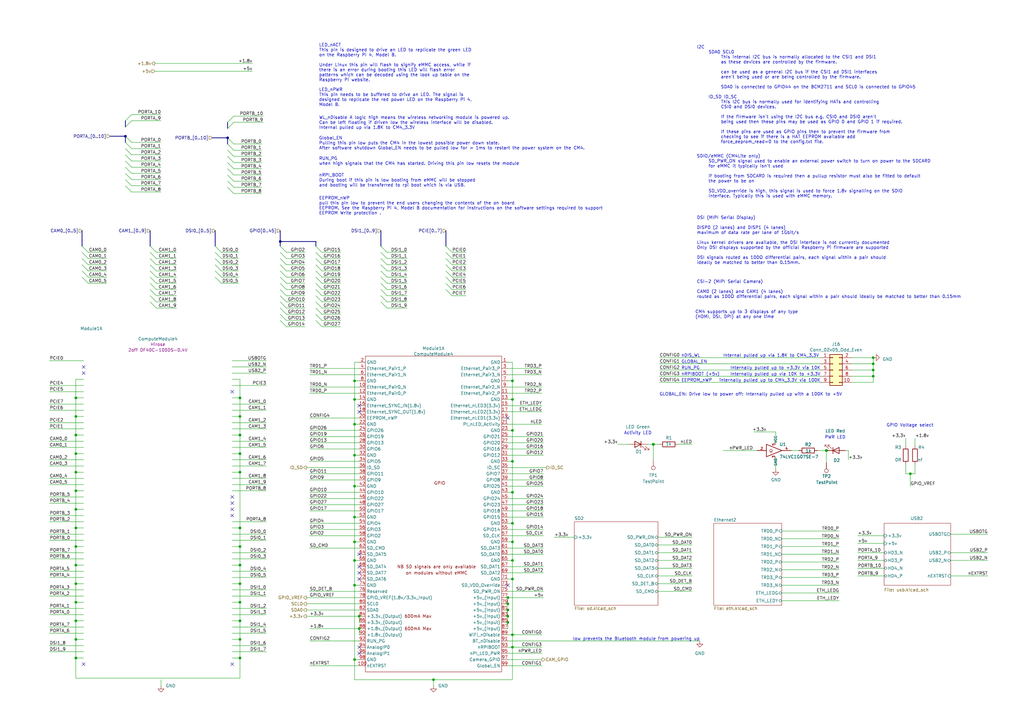
<source format=kicad_sch>
(kicad_sch (version 20210126) (generator eeschema)
  (paper "A3")
  (junction (at 31.115 163.195) (diameter 0.9144))
  (junction (at 31.115 170.815) (diameter 0.9144))
  (junction (at 31.115 178.435) (diameter 0.9144))
  (junction (at 31.115 186.055) (diameter 0.9144))
  (junction (at 31.115 193.675) (diameter 0.9144))
  (junction (at 31.115 201.295) (diameter 0.9144))
  (junction (at 31.115 208.915) (diameter 0.9144))
  (junction (at 31.115 216.535) (diameter 0.9144))
  (junction (at 31.115 224.155) (diameter 0.9144))
  (junction (at 31.115 231.775) (diameter 0.9144))
  (junction (at 31.115 239.395) (diameter 0.9144))
  (junction (at 31.115 247.015) (diameter 0.9144))
  (junction (at 31.115 254.635) (diameter 0.9144))
  (junction (at 31.115 262.255) (diameter 0.9144))
  (junction (at 31.115 269.875) (diameter 0.9144))
  (junction (at 98.425 163.195) (diameter 0.9144))
  (junction (at 98.425 170.815) (diameter 0.9144))
  (junction (at 98.425 178.435) (diameter 0.9144))
  (junction (at 98.425 186.055) (diameter 0.9144))
  (junction (at 98.425 193.675) (diameter 0.9144))
  (junction (at 98.425 216.535) (diameter 0.9144))
  (junction (at 98.425 224.155) (diameter 0.9144))
  (junction (at 98.425 231.775) (diameter 0.9144))
  (junction (at 98.425 239.395) (diameter 0.9144))
  (junction (at 98.425 247.015) (diameter 0.9144))
  (junction (at 98.425 254.635) (diameter 0.9144))
  (junction (at 98.425 262.255) (diameter 0.9144))
  (junction (at 98.425 269.875) (diameter 0.9144))
  (junction (at 145.415 156.21) (diameter 0.9144))
  (junction (at 145.415 163.83) (diameter 0.9144))
  (junction (at 145.415 173.99) (diameter 0.9144))
  (junction (at 145.415 186.69) (diameter 0.9144))
  (junction (at 145.415 199.39) (diameter 0.9144))
  (junction (at 145.415 212.09) (diameter 0.9144))
  (junction (at 145.415 222.25) (diameter 0.9144))
  (junction (at 145.415 229.87) (diameter 0.9144))
  (junction (at 145.415 240.03) (diameter 0.9144))
  (junction (at 145.415 270.51) (diameter 0.9144))
  (junction (at 147.32 252.73) (diameter 0.9144))
  (junction (at 147.32 257.81) (diameter 0.9144))
  (junction (at 177.8 278.765) (diameter 0.9144))
  (junction (at 208.28 245.11) (diameter 0.9144))
  (junction (at 208.28 247.65) (diameter 0.9144))
  (junction (at 208.28 250.19) (diameter 0.9144))
  (junction (at 208.28 252.73) (diameter 0.9144))
  (junction (at 208.28 255.27) (diameter 0.9144))
  (junction (at 210.185 156.21) (diameter 0.9144))
  (junction (at 210.185 163.83) (diameter 0.9144))
  (junction (at 210.185 176.53) (diameter 0.9144))
  (junction (at 210.185 189.23) (diameter 0.9144))
  (junction (at 210.185 201.93) (diameter 0.9144))
  (junction (at 210.185 214.63) (diameter 0.9144))
  (junction (at 210.185 222.25) (diameter 0.9144))
  (junction (at 210.185 229.87) (diameter 0.9144))
  (junction (at 210.185 237.49) (diameter 0.9144))
  (junction (at 210.185 260.35) (diameter 0.9144))
  (junction (at 210.185 265.43) (diameter 0.9144))
  (junction (at 267.97 182.245) (diameter 1.016))
  (junction (at 338.963 184.785) (diameter 1.016))
  (junction (at 358.14 146.685) (diameter 0.9144))
  (junction (at 358.14 149.225) (diameter 0.9144))
  (junction (at 358.14 151.765) (diameter 0.9144))
  (junction (at 358.14 154.305) (diameter 0.9144))
  (junction (at 373.38 194.31) (diameter 0.9144))
  (junction (at 51.435 55.88) (diameter 0.9144))
  (junction (at 93.345 56.515) (diameter 0.9144))
  (junction (at 114.935 99.06) (diameter 0.9144))
  (no_connect (at 34.29 150.495))
  (no_connect (at 34.29 153.035))
  (no_connect (at 34.29 272.415))
  (no_connect (at 95.25 160.655))
  (no_connect (at 95.25 203.835))
  (no_connect (at 95.25 206.375))
  (no_connect (at 95.25 208.915))
  (no_connect (at 95.25 211.455))
  (no_connect (at 95.25 272.415))
  (no_connect (at 147.32 166.37))
  (no_connect (at 147.32 168.91))
  (no_connect (at 147.32 227.33))
  (no_connect (at 147.32 232.41))
  (no_connect (at 147.32 234.95))
  (no_connect (at 147.32 237.49))
  (no_connect (at 147.32 265.43))
  (no_connect (at 147.32 267.97))
  (no_connect (at 208.28 171.45))
  (no_connect (at 208.28 240.03))
  (bus_entry (at 33.655 100.965) (size 2.54 2.54) (stroke (width 0.1524)))
  (bus_entry (at 33.655 103.505) (size 2.54 2.54) (stroke (width 0.1524)))
  (bus_entry (at 33.655 106.045) (size 2.54 2.54) (stroke (width 0.1524)))
  (bus_entry (at 33.655 108.585) (size 2.54 2.54) (stroke (width 0.1524)))
  (bus_entry (at 33.655 111.125) (size 2.54 2.54) (stroke (width 0.1524)))
  (bus_entry (at 33.655 113.665) (size 2.54 2.54) (stroke (width 0.1524)))
  (bus_entry (at 51.435 49.53) (size 2.54 -2.54) (stroke (width 0.1524)))
  (bus_entry (at 51.435 52.07) (size 2.54 -2.54) (stroke (width 0.1524)))
  (bus_entry (at 51.435 55.88) (size 2.54 2.54) (stroke (width 0.1524)))
  (bus_entry (at 51.435 58.42) (size 2.54 2.54) (stroke (width 0.1524)))
  (bus_entry (at 51.435 60.96) (size 2.54 2.54) (stroke (width 0.1524)))
  (bus_entry (at 51.435 63.5) (size 2.54 2.54) (stroke (width 0.1524)))
  (bus_entry (at 51.435 66.04) (size 2.54 2.54) (stroke (width 0.1524)))
  (bus_entry (at 51.435 68.58) (size 2.54 2.54) (stroke (width 0.1524)))
  (bus_entry (at 51.435 71.12) (size 2.54 2.54) (stroke (width 0.1524)))
  (bus_entry (at 51.435 73.66) (size 2.54 2.54) (stroke (width 0.1524)))
  (bus_entry (at 51.435 76.2) (size 2.54 2.54) (stroke (width 0.1524)))
  (bus_entry (at 61.595 100.965) (size 2.54 2.54) (stroke (width 0.1524)))
  (bus_entry (at 61.595 103.505) (size 2.54 2.54) (stroke (width 0.1524)))
  (bus_entry (at 61.595 106.045) (size 2.54 2.54) (stroke (width 0.1524)))
  (bus_entry (at 61.595 108.585) (size 2.54 2.54) (stroke (width 0.1524)))
  (bus_entry (at 61.595 111.125) (size 2.54 2.54) (stroke (width 0.1524)))
  (bus_entry (at 61.595 113.665) (size 2.54 2.54) (stroke (width 0.1524)))
  (bus_entry (at 61.595 116.205) (size 2.54 2.54) (stroke (width 0.1524)))
  (bus_entry (at 61.595 118.745) (size 2.54 2.54) (stroke (width 0.1524)))
  (bus_entry (at 61.595 121.285) (size 2.54 2.54) (stroke (width 0.1524)))
  (bus_entry (at 61.595 123.825) (size 2.54 2.54) (stroke (width 0.1524)))
  (bus_entry (at 88.265 100.965) (size 2.54 2.54) (stroke (width 0.1524)))
  (bus_entry (at 88.265 103.505) (size 2.54 2.54) (stroke (width 0.1524)))
  (bus_entry (at 88.265 106.045) (size 2.54 2.54) (stroke (width 0.1524)))
  (bus_entry (at 88.265 108.585) (size 2.54 2.54) (stroke (width 0.1524)))
  (bus_entry (at 88.265 111.125) (size 2.54 2.54) (stroke (width 0.1524)))
  (bus_entry (at 88.265 113.665) (size 2.54 2.54) (stroke (width 0.1524)))
  (bus_entry (at 93.345 50.165) (size 2.54 -2.54) (stroke (width 0.1524)))
  (bus_entry (at 93.345 52.705) (size 2.54 -2.54) (stroke (width 0.1524)))
  (bus_entry (at 93.345 56.515) (size 2.54 2.54) (stroke (width 0.1524)))
  (bus_entry (at 93.345 59.055) (size 2.54 2.54) (stroke (width 0.1524)))
  (bus_entry (at 93.345 61.595) (size 2.54 2.54) (stroke (width 0.1524)))
  (bus_entry (at 93.345 64.135) (size 2.54 2.54) (stroke (width 0.1524)))
  (bus_entry (at 93.345 66.675) (size 2.54 2.54) (stroke (width 0.1524)))
  (bus_entry (at 93.345 69.215) (size 2.54 2.54) (stroke (width 0.1524)))
  (bus_entry (at 93.345 71.755) (size 2.54 2.54) (stroke (width 0.1524)))
  (bus_entry (at 93.345 74.295) (size 2.54 2.54) (stroke (width 0.1524)))
  (bus_entry (at 93.345 76.835) (size 2.54 2.54) (stroke (width 0.1524)))
  (bus_entry (at 114.935 100.965) (size 2.54 2.54) (stroke (width 0.1524)))
  (bus_entry (at 114.935 103.505) (size 2.54 2.54) (stroke (width 0.1524)))
  (bus_entry (at 114.935 106.045) (size 2.54 2.54) (stroke (width 0.1524)))
  (bus_entry (at 114.935 108.585) (size 2.54 2.54) (stroke (width 0.1524)))
  (bus_entry (at 114.935 111.125) (size 2.54 2.54) (stroke (width 0.1524)))
  (bus_entry (at 114.935 113.665) (size 2.54 2.54) (stroke (width 0.1524)))
  (bus_entry (at 114.935 116.205) (size 2.54 2.54) (stroke (width 0.1524)))
  (bus_entry (at 114.935 118.745) (size 2.54 2.54) (stroke (width 0.1524)))
  (bus_entry (at 114.935 121.285) (size 2.54 2.54) (stroke (width 0.1524)))
  (bus_entry (at 114.935 123.825) (size 2.54 2.54) (stroke (width 0.1524)))
  (bus_entry (at 114.935 126.365) (size 2.54 2.54) (stroke (width 0.1524)))
  (bus_entry (at 114.935 128.905) (size 2.54 2.54) (stroke (width 0.1524)))
  (bus_entry (at 114.935 131.445) (size 2.54 2.54) (stroke (width 0.1524)))
  (bus_entry (at 129.54 100.965) (size 2.54 2.54) (stroke (width 0.1524)))
  (bus_entry (at 129.54 103.505) (size 2.54 2.54) (stroke (width 0.1524)))
  (bus_entry (at 129.54 106.045) (size 2.54 2.54) (stroke (width 0.1524)))
  (bus_entry (at 129.54 108.585) (size 2.54 2.54) (stroke (width 0.1524)))
  (bus_entry (at 129.54 111.125) (size 2.54 2.54) (stroke (width 0.1524)))
  (bus_entry (at 129.54 113.665) (size 2.54 2.54) (stroke (width 0.1524)))
  (bus_entry (at 129.54 116.205) (size 2.54 2.54) (stroke (width 0.1524)))
  (bus_entry (at 129.54 118.745) (size 2.54 2.54) (stroke (width 0.1524)))
  (bus_entry (at 129.54 121.285) (size 2.54 2.54) (stroke (width 0.1524)))
  (bus_entry (at 129.54 123.825) (size 2.54 2.54) (stroke (width 0.1524)))
  (bus_entry (at 129.54 126.365) (size 2.54 2.54) (stroke (width 0.1524)))
  (bus_entry (at 129.54 128.905) (size 2.54 2.54) (stroke (width 0.1524)))
  (bus_entry (at 129.54 131.445) (size 2.54 2.54) (stroke (width 0.1524)))
  (bus_entry (at 156.21 100.965) (size 2.54 2.54) (stroke (width 0.1524)))
  (bus_entry (at 156.21 103.505) (size 2.54 2.54) (stroke (width 0.1524)))
  (bus_entry (at 156.21 106.045) (size 2.54 2.54) (stroke (width 0.1524)))
  (bus_entry (at 156.21 108.585) (size 2.54 2.54) (stroke (width 0.1524)))
  (bus_entry (at 156.21 111.125) (size 2.54 2.54) (stroke (width 0.1524)))
  (bus_entry (at 156.21 113.665) (size 2.54 2.54) (stroke (width 0.1524)))
  (bus_entry (at 156.21 116.205) (size 2.54 2.54) (stroke (width 0.1524)))
  (bus_entry (at 156.21 118.745) (size 2.54 2.54) (stroke (width 0.1524)))
  (bus_entry (at 156.21 121.285) (size 2.54 2.54) (stroke (width 0.1524)))
  (bus_entry (at 156.21 123.825) (size 2.54 2.54) (stroke (width 0.1524)))
  (bus_entry (at 182.88 100.965) (size 2.54 2.54) (stroke (width 0.1524)))
  (bus_entry (at 182.88 103.505) (size 2.54 2.54) (stroke (width 0.1524)))
  (bus_entry (at 182.88 106.045) (size 2.54 2.54) (stroke (width 0.1524)))
  (bus_entry (at 182.88 108.585) (size 2.54 2.54) (stroke (width 0.1524)))
  (bus_entry (at 182.88 111.125) (size 2.54 2.54) (stroke (width 0.1524)))
  (bus_entry (at 182.88 113.665) (size 2.54 2.54) (stroke (width 0.1524)))
  (bus_entry (at 182.88 116.205) (size 2.54 2.54) (stroke (width 0.1524)))
  (bus_entry (at 182.88 118.745) (size 2.54 2.54) (stroke (width 0.1524)))
  (wire (pts (xy 20.32 180.975) (xy 34.29 180.975)))
  (wire (pts (xy 20.32 183.515) (xy 34.29 183.515)))
  (wire (pts (xy 20.32 188.595) (xy 34.29 188.595)))
  (wire (pts (xy 20.32 191.135) (xy 34.29 191.135)))
  (wire (pts (xy 20.32 196.215) (xy 34.29 196.215)))
  (wire (pts (xy 20.32 198.755) (xy 34.29 198.755)))
  (wire (pts (xy 20.32 234.315) (xy 34.29 234.315)) (stroke (width 0.1524)))
  (wire (pts (xy 20.32 236.855) (xy 34.29 236.855)) (stroke (width 0.1524)))
  (wire (pts (xy 20.32 241.935) (xy 34.29 241.935)))
  (wire (pts (xy 20.32 244.475) (xy 34.29 244.475)) (stroke (width 0.1524)))
  (wire (pts (xy 20.32 249.555) (xy 34.29 249.555)) (stroke (width 0.1524)))
  (wire (pts (xy 20.32 252.095) (xy 34.29 252.095)))
  (wire (pts (xy 20.32 257.175) (xy 34.29 257.175)) (stroke (width 0.1524)))
  (wire (pts (xy 20.32 259.715) (xy 34.29 259.715)))
  (wire (pts (xy 20.32 264.795) (xy 34.29 264.795)))
  (wire (pts (xy 20.32 267.335) (xy 34.29 267.335)))
  (wire (pts (xy 31.115 155.575) (xy 31.115 163.195)))
  (wire (pts (xy 31.115 163.195) (xy 31.115 170.815)))
  (wire (pts (xy 31.115 163.195) (xy 34.29 163.195)))
  (wire (pts (xy 31.115 170.815) (xy 31.115 178.435)))
  (wire (pts (xy 31.115 170.815) (xy 34.29 170.815)))
  (wire (pts (xy 31.115 178.435) (xy 31.115 186.055)))
  (wire (pts (xy 31.115 178.435) (xy 34.29 178.435)))
  (wire (pts (xy 31.115 186.055) (xy 31.115 193.675)))
  (wire (pts (xy 31.115 186.055) (xy 34.29 186.055)))
  (wire (pts (xy 31.115 193.675) (xy 31.115 201.295)))
  (wire (pts (xy 31.115 193.675) (xy 34.29 193.675)))
  (wire (pts (xy 31.115 201.295) (xy 31.115 208.915)))
  (wire (pts (xy 31.115 201.295) (xy 34.29 201.295)))
  (wire (pts (xy 31.115 208.915) (xy 31.115 216.535)))
  (wire (pts (xy 31.115 208.915) (xy 34.29 208.915)))
  (wire (pts (xy 31.115 216.535) (xy 31.115 224.155)))
  (wire (pts (xy 31.115 216.535) (xy 34.29 216.535)))
  (wire (pts (xy 31.115 224.155) (xy 31.115 231.775)))
  (wire (pts (xy 31.115 224.155) (xy 34.29 224.155)))
  (wire (pts (xy 31.115 231.775) (xy 31.115 239.395)))
  (wire (pts (xy 31.115 231.775) (xy 34.29 231.775)))
  (wire (pts (xy 31.115 239.395) (xy 31.115 247.015)))
  (wire (pts (xy 31.115 239.395) (xy 34.29 239.395)))
  (wire (pts (xy 31.115 247.015) (xy 31.115 254.635)))
  (wire (pts (xy 31.115 247.015) (xy 34.29 247.015)))
  (wire (pts (xy 31.115 254.635) (xy 31.115 262.255)))
  (wire (pts (xy 31.115 254.635) (xy 34.29 254.635)))
  (wire (pts (xy 31.115 262.255) (xy 31.115 269.875)))
  (wire (pts (xy 31.115 262.255) (xy 34.29 262.255)))
  (wire (pts (xy 31.115 269.875) (xy 31.115 278.13)))
  (wire (pts (xy 31.115 269.875) (xy 34.29 269.875)))
  (wire (pts (xy 31.115 278.13) (xy 98.425 278.13)))
  (wire (pts (xy 34.29 147.955) (xy 20.32 147.955)))
  (wire (pts (xy 34.29 155.575) (xy 31.115 155.575)))
  (wire (pts (xy 34.29 158.115) (xy 20.32 158.115)))
  (wire (pts (xy 34.29 160.655) (xy 20.32 160.655)))
  (wire (pts (xy 34.29 165.735) (xy 20.32 165.735)))
  (wire (pts (xy 34.29 168.275) (xy 20.32 168.275)))
  (wire (pts (xy 34.29 173.355) (xy 20.32 173.355)))
  (wire (pts (xy 34.29 175.895) (xy 20.32 175.895)))
  (wire (pts (xy 34.29 203.835) (xy 20.32 203.835)) (stroke (width 0.1524)))
  (wire (pts (xy 34.29 206.375) (xy 20.32 206.375)) (stroke (width 0.1524)))
  (wire (pts (xy 34.29 211.455) (xy 20.32 211.455)))
  (wire (pts (xy 34.29 213.995) (xy 20.32 213.995)) (stroke (width 0.1524)))
  (wire (pts (xy 34.29 219.075) (xy 20.32 219.075)) (stroke (width 0.1524)))
  (wire (pts (xy 34.29 221.615) (xy 20.32 221.615)))
  (wire (pts (xy 34.29 226.695) (xy 20.32 226.695)) (stroke (width 0.1524)))
  (wire (pts (xy 34.29 229.235) (xy 20.32 229.235)))
  (wire (pts (xy 36.195 103.505) (xy 43.815 103.505)))
  (wire (pts (xy 36.195 106.045) (xy 43.815 106.045)))
  (wire (pts (xy 36.195 108.585) (xy 43.815 108.585)))
  (wire (pts (xy 36.195 111.125) (xy 43.815 111.125)))
  (wire (pts (xy 36.195 113.665) (xy 43.815 113.665)))
  (wire (pts (xy 36.195 116.205) (xy 43.815 116.205)))
  (wire (pts (xy 53.975 46.99) (xy 66.04 46.99)) (stroke (width 0.1524)))
  (wire (pts (xy 53.975 49.53) (xy 66.04 49.53)))
  (wire (pts (xy 63.5 26.035) (xy 103.505 26.035)))
  (wire (pts (xy 63.5 29.21) (xy 103.505 29.21)))
  (wire (pts (xy 64.135 103.505) (xy 72.39 103.505)))
  (wire (pts (xy 64.135 106.045) (xy 72.39 106.045)))
  (wire (pts (xy 64.135 108.585) (xy 72.39 108.585)))
  (wire (pts (xy 64.135 111.125) (xy 72.39 111.125)))
  (wire (pts (xy 64.135 113.665) (xy 72.39 113.665)))
  (wire (pts (xy 64.135 116.205) (xy 72.39 116.205)))
  (wire (pts (xy 64.135 118.745) (xy 72.39 118.745)))
  (wire (pts (xy 64.135 121.285) (xy 72.39 121.285)))
  (wire (pts (xy 64.135 123.825) (xy 72.39 123.825)))
  (wire (pts (xy 64.135 126.365) (xy 72.39 126.365)))
  (wire (pts (xy 66.04 58.42) (xy 53.975 58.42)))
  (wire (pts (xy 66.04 60.96) (xy 53.975 60.96)) (stroke (width 0.1524)))
  (wire (pts (xy 66.04 63.5) (xy 53.975 63.5)) (stroke (width 0.1524)))
  (wire (pts (xy 66.04 66.04) (xy 53.975 66.04)))
  (wire (pts (xy 66.04 68.58) (xy 53.975 68.58)) (stroke (width 0.1524)))
  (wire (pts (xy 66.04 71.12) (xy 53.975 71.12)) (stroke (width 0.1524)))
  (wire (pts (xy 66.04 73.66) (xy 53.975 73.66)))
  (wire (pts (xy 66.04 76.2) (xy 53.975 76.2)) (stroke (width 0.1524)))
  (wire (pts (xy 66.04 78.74) (xy 53.975 78.74)) (stroke (width 0.1524)))
  (wire (pts (xy 66.04 281.305) (xy 66.04 278.765)))
  (wire (pts (xy 95.25 147.955) (xy 109.22 147.955)))
  (wire (pts (xy 95.25 150.495) (xy 109.22 150.495)))
  (wire (pts (xy 95.25 153.035) (xy 109.22 153.035)))
  (wire (pts (xy 95.25 158.115) (xy 109.22 158.115)))
  (wire (pts (xy 95.25 163.195) (xy 98.425 163.195)))
  (wire (pts (xy 95.25 170.815) (xy 98.425 170.815)))
  (wire (pts (xy 95.25 178.435) (xy 98.425 178.435)))
  (wire (pts (xy 95.25 186.055) (xy 98.425 186.055)))
  (wire (pts (xy 95.25 193.675) (xy 98.425 193.675)))
  (wire (pts (xy 95.25 216.535) (xy 98.425 216.535)))
  (wire (pts (xy 95.25 219.075) (xy 109.22 219.075)))
  (wire (pts (xy 95.25 221.615) (xy 109.22 221.615)))
  (wire (pts (xy 95.25 224.155) (xy 98.425 224.155)))
  (wire (pts (xy 95.25 226.695) (xy 109.22 226.695)))
  (wire (pts (xy 95.25 229.235) (xy 109.22 229.235)))
  (wire (pts (xy 95.25 231.775) (xy 98.425 231.775)))
  (wire (pts (xy 95.25 234.315) (xy 109.22 234.315)))
  (wire (pts (xy 95.25 236.855) (xy 109.22 236.855)))
  (wire (pts (xy 95.25 239.395) (xy 98.425 239.395)))
  (wire (pts (xy 95.25 241.935) (xy 109.22 241.935)))
  (wire (pts (xy 95.25 244.475) (xy 109.22 244.475)))
  (wire (pts (xy 95.25 247.015) (xy 98.425 247.015)))
  (wire (pts (xy 95.25 249.555) (xy 109.22 249.555)))
  (wire (pts (xy 95.25 252.095) (xy 109.22 252.095)))
  (wire (pts (xy 95.25 254.635) (xy 98.425 254.635)))
  (wire (pts (xy 95.25 257.175) (xy 109.22 257.175)))
  (wire (pts (xy 95.25 259.715) (xy 109.22 259.715)))
  (wire (pts (xy 95.25 262.255) (xy 98.425 262.255)))
  (wire (pts (xy 95.25 264.795) (xy 109.22 264.795)))
  (wire (pts (xy 95.25 267.335) (xy 109.22 267.335)))
  (wire (pts (xy 95.25 269.875) (xy 98.425 269.875)))
  (wire (pts (xy 95.885 47.625) (xy 107.95 47.625)) (stroke (width 0.1524)))
  (wire (pts (xy 95.885 50.165) (xy 107.95 50.165)))
  (wire (pts (xy 95.885 59.055) (xy 107.315 59.055)))
  (wire (pts (xy 95.885 61.595) (xy 107.315 61.595)) (stroke (width 0.1524)))
  (wire (pts (xy 95.885 64.135) (xy 107.315 64.135)) (stroke (width 0.1524)))
  (wire (pts (xy 95.885 66.675) (xy 107.315 66.675)))
  (wire (pts (xy 95.885 69.215) (xy 107.315 69.215)) (stroke (width 0.1524)))
  (wire (pts (xy 95.885 71.755) (xy 107.315 71.755)) (stroke (width 0.1524)))
  (wire (pts (xy 95.885 74.295) (xy 107.315 74.295)))
  (wire (pts (xy 95.885 76.835) (xy 107.315 76.835)) (stroke (width 0.1524)))
  (wire (pts (xy 95.885 79.375) (xy 107.315 79.375)) (stroke (width 0.1524)))
  (wire (pts (xy 97.155 213.995) (xy 95.25 213.995)))
  (wire (pts (xy 97.79 103.505) (xy 90.805 103.505)))
  (wire (pts (xy 97.79 106.045) (xy 90.805 106.045)))
  (wire (pts (xy 97.79 108.585) (xy 90.805 108.585)))
  (wire (pts (xy 97.79 111.125) (xy 90.805 111.125)))
  (wire (pts (xy 97.79 113.665) (xy 90.805 113.665)))
  (wire (pts (xy 97.79 116.205) (xy 90.805 116.205)))
  (wire (pts (xy 97.79 201.295) (xy 95.25 201.295)))
  (wire (pts (xy 97.79 201.295) (xy 109.22 201.295)) (stroke (width 0.1524)))
  (wire (pts (xy 98.425 155.575) (xy 95.25 155.575)))
  (wire (pts (xy 98.425 163.195) (xy 98.425 155.575)))
  (wire (pts (xy 98.425 170.815) (xy 98.425 163.195)))
  (wire (pts (xy 98.425 178.435) (xy 98.425 170.815)))
  (wire (pts (xy 98.425 186.055) (xy 98.425 178.435)))
  (wire (pts (xy 98.425 193.675) (xy 98.425 186.055)))
  (wire (pts (xy 98.425 216.535) (xy 98.425 193.675)))
  (wire (pts (xy 98.425 224.155) (xy 98.425 216.535)))
  (wire (pts (xy 98.425 231.775) (xy 98.425 224.155)))
  (wire (pts (xy 98.425 239.395) (xy 98.425 231.775)))
  (wire (pts (xy 98.425 247.015) (xy 98.425 239.395)))
  (wire (pts (xy 98.425 254.635) (xy 98.425 247.015)))
  (wire (pts (xy 98.425 262.255) (xy 98.425 254.635)))
  (wire (pts (xy 98.425 269.875) (xy 98.425 262.255)))
  (wire (pts (xy 98.425 278.13) (xy 98.425 269.875)))
  (wire (pts (xy 109.22 165.735) (xy 95.25 165.735)))
  (wire (pts (xy 109.22 168.275) (xy 95.25 168.275)))
  (wire (pts (xy 109.22 173.355) (xy 95.25 173.355)))
  (wire (pts (xy 109.22 175.895) (xy 95.25 175.895)))
  (wire (pts (xy 109.22 180.975) (xy 95.25 180.975)))
  (wire (pts (xy 109.22 183.515) (xy 95.25 183.515)))
  (wire (pts (xy 109.22 188.595) (xy 95.25 188.595)))
  (wire (pts (xy 109.22 191.135) (xy 95.25 191.135)))
  (wire (pts (xy 109.22 196.215) (xy 95.25 196.215)))
  (wire (pts (xy 109.22 198.755) (xy 95.25 198.755)))
  (wire (pts (xy 109.22 213.995) (xy 97.155 213.995)) (stroke (width 0.1524)))
  (wire (pts (xy 117.475 103.505) (xy 125.095 103.505)))
  (wire (pts (xy 117.475 106.045) (xy 125.095 106.045)))
  (wire (pts (xy 117.475 108.585) (xy 125.095 108.585)))
  (wire (pts (xy 117.475 111.125) (xy 125.095 111.125)))
  (wire (pts (xy 117.475 113.665) (xy 125.095 113.665)))
  (wire (pts (xy 117.475 116.205) (xy 125.095 116.205)))
  (wire (pts (xy 117.475 118.745) (xy 125.095 118.745)))
  (wire (pts (xy 117.475 121.285) (xy 125.095 121.285)))
  (wire (pts (xy 117.475 123.825) (xy 125.095 123.825)))
  (wire (pts (xy 117.475 126.365) (xy 125.095 126.365)))
  (wire (pts (xy 117.475 128.905) (xy 125.095 128.905)))
  (wire (pts (xy 117.475 131.445) (xy 125.095 131.445)))
  (wire (pts (xy 117.475 133.985) (xy 125.095 133.985)))
  (wire (pts (xy 125.73 245.11) (xy 147.32 245.11)))
  (wire (pts (xy 125.73 252.73) (xy 147.32 252.73)))
  (wire (pts (xy 127 171.45) (xy 139.7 171.45)) (stroke (width 0.1524)))
  (wire (pts (xy 127 257.81) (xy 147.32 257.81)))
  (wire (pts (xy 127 262.89) (xy 144.78 262.89)) (stroke (width 0.1524)))
  (wire (pts (xy 127 273.05) (xy 147.32 273.05)))
  (wire (pts (xy 132.08 103.505) (xy 139.7 103.505)))
  (wire (pts (xy 132.08 106.045) (xy 139.7 106.045)))
  (wire (pts (xy 132.08 108.585) (xy 139.7 108.585)))
  (wire (pts (xy 132.08 111.125) (xy 139.7 111.125)))
  (wire (pts (xy 132.08 113.665) (xy 139.7 113.665)))
  (wire (pts (xy 132.08 116.205) (xy 139.7 116.205)))
  (wire (pts (xy 132.08 118.745) (xy 139.7 118.745)))
  (wire (pts (xy 132.08 121.285) (xy 139.7 121.285)))
  (wire (pts (xy 132.08 123.825) (xy 139.7 123.825)))
  (wire (pts (xy 132.08 126.365) (xy 139.7 126.365)))
  (wire (pts (xy 132.08 128.905) (xy 139.7 128.905)))
  (wire (pts (xy 132.08 131.445) (xy 139.7 131.445)))
  (wire (pts (xy 132.08 133.985) (xy 139.7 133.985)))
  (wire (pts (xy 139.7 171.45) (xy 147.32 171.45)))
  (wire (pts (xy 144.78 262.89) (xy 147.32 262.89)))
  (wire (pts (xy 145.415 148.59) (xy 145.415 156.21)))
  (wire (pts (xy 145.415 156.21) (xy 145.415 163.83)))
  (wire (pts (xy 145.415 156.21) (xy 147.32 156.21)))
  (wire (pts (xy 145.415 163.83) (xy 145.415 173.99)))
  (wire (pts (xy 145.415 163.83) (xy 147.32 163.83)))
  (wire (pts (xy 145.415 173.99) (xy 145.415 186.69)))
  (wire (pts (xy 145.415 173.99) (xy 147.32 173.99)))
  (wire (pts (xy 145.415 186.69) (xy 145.415 199.39)))
  (wire (pts (xy 145.415 186.69) (xy 147.32 186.69)))
  (wire (pts (xy 145.415 199.39) (xy 145.415 212.09)))
  (wire (pts (xy 145.415 199.39) (xy 147.32 199.39)))
  (wire (pts (xy 145.415 212.09) (xy 145.415 222.25)))
  (wire (pts (xy 145.415 212.09) (xy 147.32 212.09)))
  (wire (pts (xy 145.415 222.25) (xy 145.415 229.87)))
  (wire (pts (xy 145.415 222.25) (xy 147.32 222.25)))
  (wire (pts (xy 145.415 229.87) (xy 145.415 240.03)))
  (wire (pts (xy 145.415 229.87) (xy 147.32 229.87)))
  (wire (pts (xy 145.415 240.03) (xy 145.415 270.51)))
  (wire (pts (xy 145.415 240.03) (xy 147.32 240.03)))
  (wire (pts (xy 145.415 270.51) (xy 145.415 278.765)))
  (wire (pts (xy 145.415 270.51) (xy 147.32 270.51)))
  (wire (pts (xy 145.415 278.765) (xy 177.8 278.765)))
  (wire (pts (xy 147.32 148.59) (xy 145.415 148.59)))
  (wire (pts (xy 147.32 151.13) (xy 127 151.13)))
  (wire (pts (xy 147.32 153.67) (xy 127 153.67)))
  (wire (pts (xy 147.32 158.75) (xy 127 158.75)))
  (wire (pts (xy 147.32 161.29) (xy 127 161.29)))
  (wire (pts (xy 147.32 176.53) (xy 127 176.53)))
  (wire (pts (xy 147.32 179.07) (xy 127 179.07)))
  (wire (pts (xy 147.32 181.61) (xy 127 181.61)))
  (wire (pts (xy 147.32 184.15) (xy 127 184.15)))
  (wire (pts (xy 147.32 189.23) (xy 127 189.23)))
  (wire (pts (xy 147.32 191.77) (xy 125.73 191.77)))
  (wire (pts (xy 147.32 194.31) (xy 127 194.31)))
  (wire (pts (xy 147.32 196.85) (xy 127 196.85)))
  (wire (pts (xy 147.32 201.93) (xy 127 201.93)))
  (wire (pts (xy 147.32 204.47) (xy 127 204.47)))
  (wire (pts (xy 147.32 207.01) (xy 127 207.01)))
  (wire (pts (xy 147.32 209.55) (xy 127 209.55)))
  (wire (pts (xy 147.32 214.63) (xy 127 214.63)))
  (wire (pts (xy 147.32 217.17) (xy 127 217.17)))
  (wire (pts (xy 147.32 219.71) (xy 127 219.71)))
  (wire (pts (xy 147.32 224.79) (xy 127 224.79)))
  (wire (pts (xy 147.32 242.57) (xy 127 242.57)))
  (wire (pts (xy 147.32 247.65) (xy 125.73 247.65)))
  (wire (pts (xy 147.32 250.19) (xy 125.73 250.19)))
  (wire (pts (xy 147.32 252.73) (xy 147.32 255.27)))
  (wire (pts (xy 147.32 257.81) (xy 147.32 260.35)))
  (wire (pts (xy 158.75 103.505) (xy 167.005 103.505)))
  (wire (pts (xy 158.75 106.045) (xy 167.005 106.045)))
  (wire (pts (xy 158.75 108.585) (xy 167.005 108.585)))
  (wire (pts (xy 158.75 111.125) (xy 167.005 111.125)))
  (wire (pts (xy 158.75 113.665) (xy 167.005 113.665)))
  (wire (pts (xy 158.75 116.205) (xy 167.005 116.205)))
  (wire (pts (xy 158.75 118.745) (xy 167.005 118.745)))
  (wire (pts (xy 158.75 121.285) (xy 167.005 121.285)))
  (wire (pts (xy 158.75 123.825) (xy 167.005 123.825)))
  (wire (pts (xy 158.75 126.365) (xy 167.005 126.365)))
  (wire (pts (xy 177.8 278.765) (xy 210.185 278.765)))
  (wire (pts (xy 177.8 281.305) (xy 177.8 278.765)))
  (wire (pts (xy 191.135 103.505) (xy 185.42 103.505)))
  (wire (pts (xy 191.135 106.045) (xy 185.42 106.045)))
  (wire (pts (xy 191.135 108.585) (xy 185.42 108.585)))
  (wire (pts (xy 191.135 111.125) (xy 185.42 111.125)))
  (wire (pts (xy 191.135 113.665) (xy 185.42 113.665)))
  (wire (pts (xy 191.135 116.205) (xy 185.42 116.205)))
  (wire (pts (xy 191.135 118.745) (xy 185.42 118.745)))
  (wire (pts (xy 191.135 121.285) (xy 185.42 121.285)))
  (wire (pts (xy 208.28 148.59) (xy 210.185 148.59)))
  (wire (pts (xy 208.28 151.13) (xy 222.25 151.13)))
  (wire (pts (xy 208.28 153.67) (xy 222.25 153.67)))
  (wire (pts (xy 208.28 156.21) (xy 210.185 156.21)))
  (wire (pts (xy 208.28 158.75) (xy 222.25 158.75)))
  (wire (pts (xy 208.28 161.29) (xy 222.25 161.29)))
  (wire (pts (xy 208.28 163.83) (xy 210.185 163.83)))
  (wire (pts (xy 208.28 166.37) (xy 222.25 166.37)))
  (wire (pts (xy 208.28 168.91) (xy 222.25 168.91)))
  (wire (pts (xy 208.28 173.99) (xy 222.25 173.99)))
  (wire (pts (xy 208.28 176.53) (xy 210.185 176.53)))
  (wire (pts (xy 208.28 179.07) (xy 222.885 179.07)))
  (wire (pts (xy 208.28 181.61) (xy 222.885 181.61)))
  (wire (pts (xy 208.28 184.15) (xy 222.885 184.15)))
  (wire (pts (xy 208.28 186.69) (xy 222.885 186.69)))
  (wire (pts (xy 208.28 189.23) (xy 210.185 189.23)))
  (wire (pts (xy 208.28 194.31) (xy 222.885 194.31)))
  (wire (pts (xy 208.28 196.85) (xy 222.885 196.85)))
  (wire (pts (xy 208.28 199.39) (xy 222.885 199.39)))
  (wire (pts (xy 208.28 201.93) (xy 210.185 201.93)))
  (wire (pts (xy 208.28 204.47) (xy 222.885 204.47)))
  (wire (pts (xy 208.28 207.01) (xy 222.885 207.01)))
  (wire (pts (xy 208.28 209.55) (xy 222.885 209.55)))
  (wire (pts (xy 208.28 212.09) (xy 222.885 212.09)))
  (wire (pts (xy 208.28 214.63) (xy 210.185 214.63)))
  (wire (pts (xy 208.28 217.17) (xy 222.885 217.17)))
  (wire (pts (xy 208.28 219.71) (xy 222.885 219.71)))
  (wire (pts (xy 208.28 222.25) (xy 210.185 222.25)))
  (wire (pts (xy 208.28 224.79) (xy 222.885 224.79)))
  (wire (pts (xy 208.28 227.33) (xy 222.885 227.33)))
  (wire (pts (xy 208.28 229.87) (xy 210.185 229.87)))
  (wire (pts (xy 208.28 232.41) (xy 222.885 232.41)))
  (wire (pts (xy 208.28 234.95) (xy 222.885 234.95)))
  (wire (pts (xy 208.28 237.49) (xy 210.185 237.49)))
  (wire (pts (xy 208.28 242.57) (xy 222.885 242.57)))
  (wire (pts (xy 208.28 245.11) (xy 208.28 247.65)))
  (wire (pts (xy 208.28 245.11) (xy 222.885 245.11)))
  (wire (pts (xy 208.28 247.65) (xy 208.28 250.19)))
  (wire (pts (xy 208.28 250.19) (xy 208.28 252.73)))
  (wire (pts (xy 208.28 252.73) (xy 208.28 255.27)))
  (wire (pts (xy 208.28 255.27) (xy 208.28 257.81)))
  (wire (pts (xy 208.28 262.89) (xy 287.02 262.89)))
  (wire (pts (xy 208.28 267.97) (xy 222.25 267.97)))
  (wire (pts (xy 210.185 148.59) (xy 210.185 156.21)))
  (wire (pts (xy 210.185 156.21) (xy 210.185 163.83)))
  (wire (pts (xy 210.185 163.83) (xy 210.185 176.53)))
  (wire (pts (xy 210.185 176.53) (xy 210.185 189.23)))
  (wire (pts (xy 210.185 189.23) (xy 210.185 201.93)))
  (wire (pts (xy 210.185 201.93) (xy 210.185 214.63)))
  (wire (pts (xy 210.185 214.63) (xy 210.185 222.25)))
  (wire (pts (xy 210.185 222.25) (xy 210.185 229.87)))
  (wire (pts (xy 210.185 229.87) (xy 210.185 237.49)))
  (wire (pts (xy 210.185 237.49) (xy 210.185 260.35)))
  (wire (pts (xy 210.185 260.35) (xy 208.28 260.35)))
  (wire (pts (xy 210.185 260.35) (xy 210.185 265.43)))
  (wire (pts (xy 210.185 265.43) (xy 208.28 265.43)))
  (wire (pts (xy 210.185 265.43) (xy 210.185 278.765)))
  (wire (pts (xy 222.25 260.35) (xy 210.185 260.35)))
  (wire (pts (xy 222.25 265.43) (xy 210.185 265.43)))
  (wire (pts (xy 222.25 270.51) (xy 208.28 270.51)))
  (wire (pts (xy 222.25 273.05) (xy 208.28 273.05)) (stroke (width 0.1524)))
  (wire (pts (xy 224.155 191.77) (xy 208.28 191.77)))
  (wire (pts (xy 227.33 220.345) (xy 235.585 220.345)))
  (wire (pts (xy 257.81 182.245) (xy 253.365 182.245)))
  (wire (pts (xy 267.97 182.245) (xy 265.43 182.245)))
  (wire (pts (xy 267.97 188.595) (xy 267.97 182.245)))
  (wire (pts (xy 269.875 220.345) (xy 283.845 220.345)))
  (wire (pts (xy 269.875 223.52) (xy 283.845 223.52)))
  (wire (pts (xy 269.875 226.695) (xy 283.845 226.695)))
  (wire (pts (xy 269.875 229.87) (xy 283.845 229.87)))
  (wire (pts (xy 269.875 233.045) (xy 283.845 233.045)))
  (wire (pts (xy 269.875 236.22) (xy 283.845 236.22)))
  (wire (pts (xy 269.875 239.395) (xy 283.845 239.395)))
  (wire (pts (xy 269.875 242.57) (xy 283.845 242.57)))
  (wire (pts (xy 270.51 146.685) (xy 336.55 146.685)))
  (wire (pts (xy 270.51 149.225) (xy 336.55 149.225)))
  (wire (pts (xy 270.51 151.765) (xy 336.55 151.765)))
  (wire (pts (xy 270.51 154.305) (xy 336.55 154.305)))
  (wire (pts (xy 270.51 156.845) (xy 336.55 156.845)))
  (wire (pts (xy 270.51 182.245) (xy 267.97 182.245)))
  (wire (pts (xy 283.845 182.245) (xy 278.13 182.245)))
  (wire (pts (xy 296.545 184.785) (xy 310.515 184.785)))
  (wire (pts (xy 318.135 177.165) (xy 309.245 177.165)))
  (wire (pts (xy 318.135 182.245) (xy 318.135 177.165)))
  (wire (pts (xy 318.135 187.325) (xy 318.135 192.405)))
  (wire (pts (xy 320.675 217.805) (xy 344.17 217.805)))
  (wire (pts (xy 320.675 220.98) (xy 344.17 220.98)))
  (wire (pts (xy 320.675 224.155) (xy 344.17 224.155)))
  (wire (pts (xy 320.675 227.33) (xy 344.17 227.33)))
  (wire (pts (xy 320.675 230.505) (xy 344.17 230.505)))
  (wire (pts (xy 320.675 233.68) (xy 344.17 233.68)))
  (wire (pts (xy 320.675 236.855) (xy 344.17 236.855)))
  (wire (pts (xy 320.675 240.03) (xy 344.17 240.03)))
  (wire (pts (xy 320.675 243.205) (xy 344.17 243.205)))
  (wire (pts (xy 320.675 246.38) (xy 344.17 246.38)))
  (wire (pts (xy 324.485 184.785) (xy 327.66 184.785)))
  (wire (pts (xy 338.963 184.785) (xy 335.28 184.785)))
  (wire (pts (xy 338.963 189.7888) (xy 338.963 184.785)))
  (wire (pts (xy 339.09 184.785) (xy 338.963 184.785)))
  (wire (pts (xy 346.71 184.785) (xy 347.98 184.785)))
  (wire (pts (xy 347.98 184.785) (xy 347.98 188.595)))
  (wire (pts (xy 351.79 219.71) (xy 362.585 219.71)))
  (wire (pts (xy 351.79 222.885) (xy 362.585 222.885)))
  (wire (pts (xy 351.79 226.695) (xy 362.585 226.695)))
  (wire (pts (xy 351.79 229.87) (xy 362.585 229.87)))
  (wire (pts (xy 351.79 233.045) (xy 362.585 233.045)))
  (wire (pts (xy 351.79 236.22) (xy 362.585 236.22)))
  (wire (pts (xy 358.14 146.685) (xy 349.25 146.685)))
  (wire (pts (xy 358.14 146.685) (xy 358.14 149.225)))
  (wire (pts (xy 358.14 149.225) (xy 349.25 149.225)))
  (wire (pts (xy 358.14 149.225) (xy 358.14 151.765)))
  (wire (pts (xy 358.14 151.765) (xy 349.25 151.765)))
  (wire (pts (xy 358.14 151.765) (xy 358.14 154.305)))
  (wire (pts (xy 358.14 154.305) (xy 349.25 154.305)))
  (wire (pts (xy 358.14 154.305) (xy 358.14 156.845)))
  (wire (pts (xy 358.14 156.845) (xy 349.25 156.845)))
  (wire (pts (xy 371.475 179.705) (xy 371.475 182.88)))
  (wire (pts (xy 371.475 190.5) (xy 371.475 194.31)))
  (wire (pts (xy 371.475 194.31) (xy 373.38 194.31)))
  (wire (pts (xy 373.38 194.31) (xy 375.285 194.31)))
  (wire (pts (xy 373.38 199.39) (xy 373.38 194.31)))
  (wire (pts (xy 375.285 179.705) (xy 375.285 182.88)))
  (wire (pts (xy 375.285 190.5) (xy 375.285 194.31)))
  (wire (pts (xy 389.89 219.075) (xy 405.13 219.075)))
  (wire (pts (xy 389.89 226.695) (xy 405.13 226.695)))
  (wire (pts (xy 389.89 229.87) (xy 405.13 229.87)))
  (wire (pts (xy 389.89 236.22) (xy 405.13 236.22)))
  (bus (pts (xy 33.655 94.615) (xy 33.655 113.665)))
  (bus (pts (xy 45.085 55.88) (xy 51.435 55.88)))
  (bus (pts (xy 51.435 49.53) (xy 51.435 55.88)))
  (bus (pts (xy 51.435 55.88) (xy 51.435 76.2)))
  (bus (pts (xy 61.595 94.615) (xy 61.595 123.825)))
  (bus (pts (xy 86.995 56.515) (xy 93.345 56.515)))
  (bus (pts (xy 88.265 94.615) (xy 88.265 113.665)))
  (bus (pts (xy 93.345 50.165) (xy 93.345 56.515)))
  (bus (pts (xy 93.345 56.515) (xy 93.345 76.835)))
  (bus (pts (xy 114.935 94.615) (xy 114.935 99.06)))
  (bus (pts (xy 114.935 99.06) (xy 114.935 131.445)))
  (bus (pts (xy 114.935 99.06) (xy 129.54 99.06)))
  (bus (pts (xy 129.54 99.06) (xy 129.54 131.445)))
  (bus (pts (xy 156.21 94.615) (xy 156.21 123.825)))
  (bus (pts (xy 182.88 94.615) (xy 182.88 118.745)))
  (text "LED_nACT\nThis pin is designed to drive an LED to replicate the green LED\non the Raspberry Pi 4, Model B.\n\nUnder Linux this pin will flash to signify eMMC access, while if\nthere is an error during booting this LED will flash error\npatterns which can be decoded using the look up table on the\nRaspberry Pi website.\n" (at 130.81 33.655 0) (effects (font (size 1.27 1.27)) (justify left bottom)))
  (text "LED_nPWR\nThis pin needs to be buffered to drive an LED. The signal is\ndesigned to replicate the red power LED on the Raspberry Pi 4,\nModel B.\n" (at 130.81 43.815 0) (effects (font (size 1.27 1.27)) (justify left bottom)))
  (text "WL_nDisable A logic high means the wireless networking module is powered up.\nCan be left floating if driven low the wireless interface will be disabled.\nInternal pulled up via 1.8K to CM4_3.3V\n\n" (at 130.81 55.245 0) (effects (font (size 1.27 1.27)) (justify left bottom)))
  (text "Global_EN\nPulling this pin low puts the CM4 in the lowest possible power down state.\nAfter software shutdown Global_EN needs to be pulled low for > 1ms to restart the power system on the CM4.\n" (at 130.81 61.595 0) (effects (font (size 1.27 1.27)) (justify left bottom)))
  (text "RUN_PG\nwhen high signals that the CM4 has started. Driving this pin low resets the module" (at 130.81 67.945 0) (effects (font (size 1.27 1.27)) (justify left bottom)))
  (text "nRPI_BOOT\nDuring boot if this pin is low booting from eMMC will be stopped\nand booting will be transferred to rpi boot which is via USB." (at 130.81 76.835 0) (effects (font (size 1.27 1.27)) (justify left bottom)))
  (text "EEPROM_nWP\npull this pin low to prevent the end users changing the contents of the on board\nEEPROM. See the Raspberry Pi 4, Model B documentation for instructions on the software settings required to support\nEEPROM Write protection .\n" (at 130.81 88.265 0) (effects (font (size 1.27 1.27)) (justify left bottom)))
  (text "Activity LED" (at 255.905 178.435 0) (effects (font (size 1.27 1.27)) (justify left bottom)))
  (text "nDIS_WL" (at 279.4 146.685 0) (effects (font (size 1.27 1.27)) (justify left bottom)))
  (text "GLOBAL_EN" (at 279.4 149.225 0) (effects (font (size 1.27 1.27)) (justify left bottom)))
  (text "RUN_PG" (at 279.4 151.765 0) (effects (font (size 1.27 1.27)) (justify left bottom)))
  (text "nRPIBOOT (+5v)" (at 279.4 154.305 0) (effects (font (size 1.27 1.27)) (justify left bottom)))
  (text "EEPROM_nWP" (at 279.4 156.845 0) (effects (font (size 1.27 1.27)) (justify left bottom)))
  (text "CM4 supports up to 3 displays of any type\n(HDMI, DSI, DPI) at any one time" (at 285.115 130.81 0) (effects (font (size 1.27 1.27)) (justify left bottom)))
  (text "I2C\n	SDA0 SCL0\n		This internal I2C bus is normally allocated to the CSI1 and DSI1\n		as these devices are controlled by the firmware.\n\n		can be used as a general I2C bus if the CSI1 ad DSI1 interfaces\n		aren't being used or are being controlled by the firmware.\n\n		SDA0 is connected to GPIO44 on the BCM2711 and SCL0 is connected to GPIO45\n\n	ID_SD ID_SC\n		This I2C bus is normally used for identifying HATs and controlling\n		CSI0 and DSI0 devices.\n\n		If the firmware isn't using the I2C bus e.g. CSI0 and DSI0 aren't\n		being used then these pins may be used as GPIO 0 and GPIO 1 if required.\n\n		If these pins are used as GPIO pins then to prevent the firmware from\n		checking to see if there is a HAT EEPROM available add\n		force_eeprom_read=0 to the config.txt file.\n" (at 285.75 59.055 0) (effects (font (size 1.27 1.27)) (justify left bottom)))
  (text "SDIO/eMMC (CM4Lite only)\n	SD_PWR_ON signal used to enable an external power switch to turn on power to the SDCARD\n	for eMMC it typically isn't used\n\n	if booting from SDCARD is required then a pullup resistor must also be fitted to default\n	the power to be on\n\n	SD_VDD_override is high, this signal is used to force 1.8v signalling on the SDIO\n	interface. Typically this is used with eMMC memory.\n" (at 285.75 81.28 0) (effects (font (size 1.27 1.27)) (justify left bottom)))
  (text "DSI (MIPI Serial Display)\n\nDISP0 (2 lanes) and DISP1 (4 lanes)\nmaximum of data rate per lane of 1Gbit/s\n\nLinux kernel drivers are available, the DSI interface is not currently documented\nOnly DSI displays supported by the official Raspberry Pi firmware are supported\n\nDSI signals routed as 100Ω differential pairs, each signal within a pair should\nideally be matched to better than 0.15mm.\n" (at 285.75 108.585 0) (effects (font (size 1.27 1.27)) (justify left bottom)))
  (text "CSI-2 (MIPI Serial Camera)\n\nCAM0 (2 lanes) and CAM1 (4 lanes)\nrouted as 100Ω differential pairs, each signal within a pair should ideally be matched to better than 0.15mm" (at 285.75 122.555 0) (effects (font (size 1.27 1.27)) (justify left bottom)))
  (text "low prevents the Bluetooth module from powering up" (at 287.02 262.89 0) (effects (font (size 1.27 1.27)) (justify right bottom)))
  (text "Internal pulled up via 1.8K to CM4_3.3V\n" (at 296.545 146.685 0) (effects (font (size 1.27 1.27)) (justify left bottom)))
  (text "Internally pulled up to +3.3V via 10K\n" (at 336.55 151.765 180) (effects (font (size 1.27 1.27)) (justify right bottom)))
  (text "Internally pulled up via 10K to +3.3V\n" (at 336.55 154.305 180) (effects (font (size 1.27 1.27)) (justify right bottom)))
  (text "internally pulled up to CM4_3.3V via 100K" (at 336.55 156.845 180) (effects (font (size 1.27 1.27)) (justify right bottom)))
  (text "GLOBAL_EN: Drive low to power off; Internally pulled up with a 100K to +5V\n" (at 345.44 162.56 0) (effects (font (size 1.27 1.27)) (justify right bottom)))
  (text "PWR LED" (at 346.837 180.213 180) (effects (font (size 1.27 1.27)) (justify right bottom)))
  (text "GPIO Voltage select\n" (at 382.905 175.26 180) (effects (font (size 1.27 1.27)) (justify right bottom)))
  (label "PCIE0" (at 20.32 147.955 0))
  (label "PCIE4" (at 20.32 158.115 0))
  (label "PCIE5" (at 20.32 160.655 0))
  (label "PCIE7" (at 20.32 165.735 0))
  (label "PCIE6" (at 20.32 168.275 0))
  (label "PCIE2" (at 20.32 173.355 0))
  (label "PCIE1" (at 20.32 175.895 0))
  (label "CAM0_0" (at 20.32 180.975 0))
  (label "CAM0_1" (at 20.32 183.515 0))
  (label "CAM0_2" (at 20.32 188.595 0))
  (label "CAM0_3" (at 20.32 191.135 0))
  (label "CAM0_4" (at 20.32 196.215 0))
  (label "CAM0_5" (at 20.32 198.755 0))
  (label "PORTB_5" (at 20.32 203.835 0))
  (label "PORTB_4" (at 20.32 206.375 0))
  (label "PORTB_3" (at 20.32 211.455 0))
  (label "PORTB_2" (at 20.32 213.995 0))
  (label "PORTB_1" (at 20.32 219.075 0))
  (label "PORTB_0" (at 20.32 221.615 0))
  (label "PORTB_7" (at 20.32 226.695 0))
  (label "PORTB_6" (at 20.32 229.235 0))
  (label "PORTA_5" (at 20.32 234.315 0))
  (label "PORTA_4" (at 20.32 236.855 0))
  (label "PORTA_3" (at 20.32 241.935 0))
  (label "PORTA_2" (at 20.32 244.475 0))
  (label "PORTA_1" (at 20.32 249.555 0))
  (label "PORTA_0" (at 20.32 252.095 0))
  (label "PORTA_7" (at 20.32 257.175 0))
  (label "PORTA_6" (at 20.32 259.715 0))
  (label "DSI1_8" (at 20.32 264.795 0))
  (label "DSI1_9" (at 20.32 267.335 0))
  (label "CAM0_0" (at 43.815 103.505 180))
  (label "CAM0_1" (at 43.815 106.045 180))
  (label "CAM0_2" (at 43.815 108.585 180))
  (label "CAM0_3" (at 43.815 111.125 180))
  (label "CAM0_4" (at 43.815 113.665 180))
  (label "CAM0_5" (at 43.815 116.205 180))
  (label "PORTA_10" (at 66.04 46.99 180))
  (label "PORTA_9" (at 66.04 49.53 180))
  (label "PORTA_0" (at 66.04 58.42 180))
  (label "PORTA_1" (at 66.04 60.96 180))
  (label "PORTA_2" (at 66.04 63.5 180))
  (label "PORTA_3" (at 66.04 66.04 180))
  (label "PORTA_4" (at 66.04 68.58 180))
  (label "PORTA_5" (at 66.04 71.12 180))
  (label "PORTA_6" (at 66.04 73.66 180))
  (label "PORTA_7" (at 66.04 76.2 180))
  (label "PORTA_8" (at 66.04 78.74 180))
  (label "CAM1_0" (at 72.39 103.505 180))
  (label "CAM1_1" (at 72.39 106.045 180))
  (label "CAM1_2" (at 72.39 108.585 180))
  (label "CAM1_3" (at 72.39 111.125 180))
  (label "CAM1_4" (at 72.39 113.665 180))
  (label "CAM1_5" (at 72.39 116.205 180))
  (label "CAM1_6" (at 72.39 118.745 180))
  (label "CAM1_7" (at 72.39 121.285 180))
  (label "CAM1_8" (at 72.39 123.825 180))
  (label "CAM1_9" (at 72.39 126.365 180))
  (label "DSI0_0" (at 97.79 103.505 180))
  (label "DSI0_1" (at 97.79 106.045 180))
  (label "DSI0_2" (at 97.79 108.585 180))
  (label "DSI0_3" (at 97.79 111.125 180))
  (label "DSI0_4" (at 97.79 113.665 180))
  (label "DSI0_5" (at 97.79 116.205 180))
  (label "+1.8v" (at 103.505 26.035 180))
  (label "+5v" (at 103.505 29.21 180))
  (label "PORTB_0" (at 107.315 59.055 180))
  (label "PORTB_1" (at 107.315 61.595 180))
  (label "PORTB_2" (at 107.315 64.135 180))
  (label "PORTB_3" (at 107.315 66.675 180))
  (label "PORTB_4" (at 107.315 69.215 180))
  (label "PORTB_5" (at 107.315 71.755 180))
  (label "PORTB_6" (at 107.315 74.295 180))
  (label "PORTB_7" (at 107.315 76.835 180))
  (label "PORTB_8" (at 107.315 79.375 180))
  (label "PORTB_10" (at 107.95 47.625 180))
  (label "PORTB_9" (at 107.95 50.165 180))
  (label "USBOTG" (at 109.22 147.955 180))
  (label "USB2_N" (at 109.22 150.495 180))
  (label "USB2_P" (at 109.22 153.035 180))
  (label "PCIE3" (at 109.22 158.115 180))
  (label "CAM1_0" (at 109.22 165.735 180))
  (label "CAM1_1" (at 109.22 168.275 180))
  (label "CAM1_2" (at 109.22 173.355 180))
  (label "CAM1_3" (at 109.22 175.895 180))
  (label "CAM1_4" (at 109.22 180.975 180))
  (label "CAM1_5" (at 109.22 183.515 180))
  (label "CAM1_6" (at 109.22 188.595 180))
  (label "CAM1_7" (at 109.22 191.135 180))
  (label "CAM1_8" (at 109.22 196.215 180))
  (label "CAM1_9" (at 109.22 198.755 180))
  (label "PORTB_8" (at 109.22 201.295 180))
  (label "PORTA_8" (at 109.22 213.995 180))
  (label "DSI0_0" (at 109.22 219.075 180))
  (label "DSI0_1" (at 109.22 221.615 180))
  (label "DSI0_2" (at 109.22 226.695 180))
  (label "DSI0_3" (at 109.22 229.235 180))
  (label "DSI0_4" (at 109.22 234.315 180))
  (label "DSI0_5" (at 109.22 236.855 180))
  (label "DSI1_0" (at 109.22 241.935 180))
  (label "DSI1_1" (at 109.22 244.475 180))
  (label "DSI1_2" (at 109.22 249.555 180))
  (label "DSI1_3" (at 109.22 252.095 180))
  (label "DSI1_4" (at 109.22 257.175 180))
  (label "DSI1_5" (at 109.22 259.715 180))
  (label "DSI1_6" (at 109.22 264.795 180))
  (label "DSI1_7" (at 109.22 267.335 180))
  (label "GPIO2" (at 125.095 103.505 180))
  (label "GPIO3" (at 125.095 106.045 180))
  (label "GPIO4" (at 125.095 108.585 180))
  (label "GPIO5" (at 125.095 111.125 180))
  (label "GPIO6" (at 125.095 113.665 180))
  (label "GPIO7" (at 125.095 116.205 180))
  (label "GPIO8" (at 125.095 118.745 180))
  (label "GPIO9" (at 125.095 121.285 180))
  (label "GPIO10" (at 125.095 123.825 180))
  (label "GPIO11" (at 125.095 126.365 180))
  (label "GPIO12" (at 125.095 128.905 180))
  (label "GPIO13" (at 125.095 131.445 180))
  (label "GPIO14" (at 125.095 133.985 180))
  (label "TRD1_P" (at 127 151.13 0))
  (label "TRD1_N" (at 127 153.67 0))
  (label "TRD0_N" (at 127 158.75 0))
  (label "TRD0_P" (at 127 161.29 0))
  (label "CONFIG4" (at 127 171.45 0))
  (label "GPIO26" (at 127 176.53 0))
  (label "GPIO19" (at 127 179.07 0))
  (label "GPIO13" (at 127 181.61 0))
  (label "GPIO6" (at 127 184.15 0))
  (label "GPIO5" (at 127 189.23 0))
  (label "GPIO11" (at 127 194.31 0))
  (label "GPIO9" (at 127 196.85 0))
  (label "GPIO10" (at 127 201.93 0))
  (label "GPIO22" (at 127 204.47 0))
  (label "GPIO27" (at 127 207.01 0))
  (label "GPIO17" (at 127 209.55 0))
  (label "GPIO4" (at 127 214.63 0))
  (label "GPIO3" (at 127 217.17 0))
  (label "GPIO2" (at 127 219.71 0))
  (label "SD_CMD" (at 127 224.79 0))
  (label "SD_DET_B" (at 127 242.57 0))
  (label "GPIO_VREF" (at 127 245.11 0))
  (label "+3.3v" (at 127 252.73 0))
  (label "+1.8v" (at 127 257.81 0))
  (label "CONFIG2" (at 127 262.89 0))
  (label "nEXTRST" (at 127 273.05 0))
  (label "GPIO15" (at 139.7 103.505 180))
  (label "GPIO16" (at 139.7 106.045 180))
  (label "GPIO17" (at 139.7 108.585 180))
  (label "GPIO18" (at 139.7 111.125 180))
  (label "GPIO19" (at 139.7 113.665 180))
  (label "GPIO20" (at 139.7 116.205 180))
  (label "GPIO21" (at 139.7 118.745 180))
  (label "GPIO22" (at 139.7 121.285 180))
  (label "GPIO23" (at 139.7 123.825 180))
  (label "GPIO24" (at 139.7 126.365 180))
  (label "GPIO25" (at 139.7 128.905 180))
  (label "GPIO26" (at 139.7 131.445 180))
  (label "GPIO27" (at 139.7 133.985 180))
  (label "DSI1_0" (at 167.005 103.505 180))
  (label "DSI1_1" (at 167.005 106.045 180))
  (label "DSI1_2" (at 167.005 108.585 180))
  (label "DSI1_3" (at 167.005 111.125 180))
  (label "DSI1_4" (at 167.005 113.665 180))
  (label "DSI1_5" (at 167.005 116.205 180))
  (label "DSI1_6" (at 167.005 118.745 180))
  (label "DSI1_7" (at 167.005 121.285 180))
  (label "DSI1_8" (at 167.005 123.825 180))
  (label "DSI1_9" (at 167.005 126.365 180))
  (label "PCIE0" (at 191.135 103.505 180))
  (label "PCIE1" (at 191.135 106.045 180))
  (label "PCIE2" (at 191.135 108.585 180))
  (label "PCIE3" (at 191.135 111.125 180))
  (label "PCIE4" (at 191.135 113.665 180))
  (label "PCIE5" (at 191.135 116.205 180))
  (label "PCIE6" (at 191.135 118.745 180))
  (label "PCIE7" (at 191.135 121.285 180))
  (label "TRD3_P" (at 222.25 151.13 180))
  (label "TRD3_N" (at 222.25 153.67 180))
  (label "TRD2_N" (at 222.25 158.75 180))
  (label "TRD2_P" (at 222.25 161.29 180))
  (label "ETH_LEDY" (at 222.25 166.37 180))
  (label "ETH_LEDG" (at 222.25 168.91 180))
  (label "nLED" (at 222.25 173.99 180))
  (label "CONFIG0" (at 222.25 260.35 180))
  (label "CONFIG3" (at 222.25 265.43 180))
  (label "nPWR_LED" (at 222.25 267.97 180))
  (label "CONFIG1" (at 222.25 273.05 180))
  (label "GPIO21" (at 222.885 179.07 180))
  (label "GPIO20" (at 222.885 181.61 180))
  (label "GPIO16" (at 222.885 184.15 180))
  (label "GPIO12" (at 222.885 186.69 180))
  (label "GPIO7" (at 222.885 194.31 180))
  (label "GPIO8" (at 222.885 196.85 180))
  (label "GPIO25" (at 222.885 199.39 180))
  (label "GPIO24" (at 222.885 204.47 180))
  (label "GPIO23" (at 222.885 207.01 180))
  (label "GPIO18" (at 222.885 209.55 180))
  (label "GPIO15" (at 222.885 212.09 180))
  (label "GPIO14" (at 222.885 217.17 180))
  (label "SD_CLK" (at 222.885 219.71 180))
  (label "SD_DAT3" (at 222.885 224.79 180))
  (label "SD_DAT0" (at 222.885 227.33 180))
  (label "SD_DAT1" (at 222.885 232.41 180))
  (label "SD_DAT2" (at 222.885 234.95 180))
  (label "SD_PWR_ON" (at 222.885 242.57 180))
  (label "+5v" (at 222.885 245.11 180))
  (label "+3.3v" (at 227.33 220.345 0))
  (label "+3.3v" (at 253.365 182.245 180))
  (label "CONFIG0" (at 270.51 146.685 0))
  (label "CONFIG1" (at 270.51 149.225 0))
  (label "CONFIG2" (at 270.51 151.765 0))
  (label "CONFIG3" (at 270.51 154.305 0))
  (label "CONFIG4" (at 270.51 156.845 0))
  (label "nLED" (at 283.845 182.245 180))
  (label "SD_PWR_ON" (at 283.845 220.345 180))
  (label "SD_DAT0" (at 283.845 223.52 180))
  (label "SD_DAT1" (at 283.845 226.695 180))
  (label "SD_DAT2" (at 283.845 229.87 180))
  (label "SD_DAT3" (at 283.845 233.045 180))
  (label "SD_CLK" (at 283.845 236.22 180))
  (label "SD_DET_B" (at 283.845 239.395 180))
  (label "SD_CMD" (at 283.845 242.57 180))
  (label "nPWR_LED" (at 299.085 184.785 0))
  (label "+3.3v" (at 314.325 177.165 180))
  (label "TRD0_P" (at 344.17 217.805 180))
  (label "TRD0_N" (at 344.17 220.98 180))
  (label "TRD1_P" (at 344.17 224.155 180))
  (label "TRD1_N" (at 344.17 227.33 180))
  (label "TRD2_P" (at 344.17 230.505 180))
  (label "TRD2_N" (at 344.17 233.68 180))
  (label "TRD3_P" (at 344.17 236.855 180))
  (label "TRD3_N" (at 344.17 240.03 180))
  (label "ETH_LEDG" (at 344.17 243.205 180))
  (label "ETH_LEDY" (at 344.17 246.38 180))
  (label "+3.3v" (at 347.98 188.595 0))
  (label "+3.3v" (at 351.79 219.71 0))
  (label "+5v" (at 351.79 222.885 0))
  (label "PORTA_10" (at 351.79 226.695 0))
  (label "PORTA_9" (at 351.79 229.87 0))
  (label "PORTB_10" (at 351.79 233.045 0))
  (label "PORTB_9" (at 351.79 236.22 0))
  (label "+3.3v" (at 371.475 179.705 180))
  (label "GPIO_VREF" (at 373.38 199.39 0))
  (label "+1.8v" (at 375.285 179.705 0))
  (label "USBOTG" (at 405.13 219.075 180))
  (label "USB2_P" (at 405.13 226.695 180))
  (label "USB2_N" (at 405.13 229.87 180))
  (label "nEXTRST" (at 405.13 236.22 180))
  (hierarchical_label "CAM0_[0..5]" (shape input) (at 33.655 94.615 180))
  (hierarchical_label "PORTA_[0..10]" (shape input) (at 45.085 55.88 180))
  (hierarchical_label "CAM1_[0..9]" (shape input) (at 61.595 94.615 180))
  (hierarchical_label "+1.8v" (shape output) (at 63.5 26.035 180))
  (hierarchical_label "+5v" (shape input) (at 63.5 29.21 180))
  (hierarchical_label "PORTB_[0..10]" (shape input) (at 86.995 56.515 180))
  (hierarchical_label "DSI0_[0..5]" (shape input) (at 88.265 94.615 180))
  (hierarchical_label "GPIO[0..45]" (shape input) (at 114.935 94.615 180))
  (hierarchical_label "ID_SD" (shape output) (at 125.73 191.77 180))
  (hierarchical_label "GPIO_VREF" (shape output) (at 125.73 245.11 180))
  (hierarchical_label "SCL0" (shape output) (at 125.73 247.65 180))
  (hierarchical_label "SDA0" (shape output) (at 125.73 250.19 180))
  (hierarchical_label "+3.3v" (shape output) (at 125.73 252.73 180))
  (hierarchical_label "DSI1_[0..9]" (shape input) (at 156.21 94.615 180))
  (hierarchical_label "PCIE[0..7]" (shape input) (at 182.88 94.615 180))
  (hierarchical_label "CAM_GPIO" (shape output) (at 222.25 270.51 0))
  (hierarchical_label "ID_SC" (shape output) (at 224.155 191.77 0))
  (symbol (lib_id "Connector:TestPoint") (at 267.97 188.595 0) (mirror x)
    (property "Reference" "TP1" (at 266.065 194.945 0) (effects (justify left)))
    (property "Value" "TestPoint" (at 263.525 197.485 0) (effects (justify left)))
    (property "Footprint" "TestPoint:TestPoint_Pad_2.0x2.0mm" (effects hide))
    (property "Field4" "nf" (effects hide))
    (property "Field5" "nf" (effects hide))
    (property "Field6" "nf" (effects hide))
    (property "Field7" "nf" (effects hide))
  )
  (symbol (lib_id "Connector:TestPoint") (at 338.963 189.7888 0) (mirror x)
    (property "Reference" "TP2" (at 337.185 195.326 0) (effects (justify left)))
    (property "Value" "TestPoint" (at 334.645 197.866 0) (effects (justify left)))
    (property "Footprint" "TestPoint:TestPoint_Pad_2.0x2.0mm" (effects hide))
    (property "Field4" "nf" (effects hide))
    (property "Field5" "nf" (effects hide))
    (property "Field6" "nf" (effects hide))
    (property "Field7" "nf" (effects hide))
  )
  (symbol (lib_id "power:GND") (at 66.04 281.305 0)
    (property "Reference" "#PWR016" (effects hide))
    (property "Value" "GND" (at 69.977 281.2542 0))
  )
  (symbol (lib_id "power:GND") (at 177.8 281.305 0)
    (property "Reference" "#PWR017" (effects hide))
    (property "Value" "GND" (at 181.737 281.2542 0))
  )
  (symbol (lib_id "power:GND") (at 287.02 262.89 0)
    (property "Reference" "#PWR018" (effects hide))
    (property "Value" "GND" (at 287.02 267.97 0))
  )
  (symbol (lib_id "power:GND") (at 318.135 192.405 0)
    (property "Reference" "#PWR019" (effects hide))
    (property "Value" "GND" (at 318.262 196.7992 0))
  )
  (symbol (lib_id "power:GND") (at 358.14 146.685 90)
    (property "Reference" "#PWR020" (effects hide))
    (property "Value" "GND" (at 361.95 147.3199 90) (effects (justify right)))
  )
  (symbol (lib_id "Device:R") (at 274.32 182.245 90) (mirror x)
    (property "Reference" "R1" (at 275.6916 179.578 90) (effects (justify left)))
    (property "Value" "1k" (at 275.463 182.118 90) (effects (justify left)))
    (property "Footprint" "Resistor_SMD:R_0402_1005Metric" (effects hide))
    (property "Datasheet" "https://fscdn.rohm.com/en/products/databook/datasheet/passive/resistor/chip_resistor/mcr-e.pdf" (effects hide))
    (property "Field4" "Farnell" (effects hide))
    (property "Field5" "9239235" (effects hide))
    (property "Field7" "KOA EUROPE GMBH" (effects hide))
    (property "Field6" "RK73H1ETTP1001F" (effects hide))
    (property "Part Description" "Resistor 1K M1005 1% 63mW" (effects hide))
    (property "Field8" "125049511" (effects hide))
  )
  (symbol (lib_id "Device:R") (at 331.47 184.785 270) (mirror x)
    (property "Reference" "R2" (at 330.0984 182.372 90) (effects (justify left)))
    (property "Value" "1k" (at 330.327 184.912 90) (effects (justify left)))
    (property "Footprint" "Resistor_SMD:R_0402_1005Metric" (effects hide))
    (property "Datasheet" "https://fscdn.rohm.com/en/products/databook/datasheet/passive/resistor/chip_resistor/mcr-e.pdf" (effects hide))
    (property "Field4" "Farnell" (effects hide))
    (property "Field5" "9239235" (effects hide))
    (property "Field7" "KOA EUROPE GMBH" (effects hide))
    (property "Field6" "RK73H1ETTP1001F" (effects hide))
    (property "Part Description" "Resistor 1K M1005 1% 63mW" (effects hide))
    (property "Field8" "125049511" (effects hide))
  )
  (symbol (lib_id "Device:R") (at 371.475 186.69 0)
    (property "Reference" "R3" (at 367.03 183.515 0) (effects (justify left)))
    (property "Value" "0R" (at 367.03 188.595 0) (effects (justify left)))
    (property "Footprint" "Resistor_SMD:R_0805_2012Metric" (effects hide))
    (property "Datasheet" "https://fscdn.rohm.com/en/products/databook/datasheet/passive/resistor/chip_resistor/mcr-e.pdf" (effects hide))
    (property "Field4" "Farnell" (effects hide))
    (property "Field5" "9233750" (effects hide))
    (property "Field7" "Rohm" (effects hide))
    (property "Field6" "MCR10EZPJ000" (effects hide))
    (property "Part Description" "Resistor 0R M2012 5% " (effects hide))
    (property "Field8" "121629591" (effects hide))
  )
  (symbol (lib_id "Device:R") (at 375.285 186.69 0)
    (property "Reference" "R4" (at 376.555 183.515 0) (effects (justify left)))
    (property "Value" "nf" (at 378.46 188.595 0) (effects (justify right)))
    (property "Footprint" "Resistor_SMD:R_0805_2012Metric" (effects hide))
    (property "Datasheet" "https://fscdn.rohm.com/en/products/databook/datasheet/passive/resistor/chip_resistor/mcr-e.pdf" (effects hide))
    (property "Field4" "nf" (effects hide))
    (property "Field5" "nf" (effects hide))
    (property "Field6" "nf" (effects hide))
  )
  (symbol (lib_id "Device:LED") (at 261.62 182.245 0) (mirror y)
    (property "Reference" "D1" (at 260.6294 185.2168 0) (effects (justify right)))
    (property "Value" "LED Green" (at 256.5908 175.0568 0) (effects (justify right)))
    (property "Footprint" "LED_SMD:LED_0603_1608Metric" (effects hide))
    (property "Datasheet" "http://optoelectronics.liteon.com/upload/download/DS22-2000-226/LTST-S270KGKT.pdf" (effects hide))
    (property "Field4" "Digikey " (effects hide))
    (property "Field5" "LTST-S270KGKT" (effects hide))
    (property "Field6" "SML-A12M8TT86N" (effects hide))
    (property "Field7" "Rohm" (effects hide))
    (property "Field8" "650263301" (effects hide))
    (property "Part Description" "	Green 572nm LED Indication - Discrete 2.2V 2-SMD, No Lead" (effects hide))
  )
  (symbol (lib_id "Device:LED") (at 342.9 184.785 0) (mirror x)
    (property "Reference" "D2" (at 344.5256 188.7982 0) (effects (justify right)))
    (property "Value" "LED Red" (at 346.6592 176.7332 0) (effects (justify right)))
    (property "Footprint" "LED_SMD:LED_0603_1608Metric" (effects hide))
    (property "Datasheet" "http://optoelectronics.liteon.com/upload/download/DS22-2000-210/LTST-S270KRKT.pdf" (effects hide))
    (property "Field4" "Digikey " (effects hide))
    (property "Field5" "	LTST-S270KRKT" (effects hide))
    (property "Field6" "SML-A12U8TT86Q" (effects hide))
    (property "Field7" "Rohm" (effects hide))
    (property "Field8" "650295101" (effects hide))
    (property "Part Description" "	Red 620nm LED Indication - Discrete 2.2V 2-SMD, No Lead" (effects hide))
  )
  (symbol (lib_id "CM4IO:74LVC1G07_copy") (at 318.135 184.785 0)
    (property "Reference" "U1" (at 319.659 182.245 0) (effects (justify left)))
    (property "Value" "74LVC1G07SE-7" (at 319.659 187.325 0) (effects (justify left)))
    (property "Footprint" "Package_TO_SOT_SMD:SOT-353_SC-70-5" (effects hide))
    (property "Datasheet" "https://www.diodes.com/assets/Datasheets/74LVC1G07.pdf" (effects hide))
    (property "Field4" "Farnell" (effects hide))
    (property "Field5" "2425492" (effects hide))
    (property "Field6" "74LVC1G07SE-7" (effects hide))
    (property "Field7" "Diodes" (effects hide))
    (property "Part Description" "Buffer, Non-Inverting 1 Element 1 Bit per Element Open Drain Output SOT-353" (effects hide))
  )
  (symbol (lib_id "Connector_Generic:Conn_02x05_Odd_Even") (at 341.63 151.765 0)
    (property "Reference" "J16" (at 342.9 141.1732 0))
    (property "Value" "Conn_02x05_Odd_Even" (at 342.9 143.4846 0))
    (property "Footprint" "Connector_PinHeader_2.54mm:PinHeader_2x05_P2.54mm_Vertical" (effects hide))
    (property "Datasheet" "https://www.toby.co.uk/uploads/publications/1673.pdf" (effects hide))
    (property "Field4" "Toby" (effects hide))
    (property "Field5" "THD-05-R" (effects hide))
    (property "Field6" "THD-05-R" (effects hide))
    (property "Field7" "Toby" (effects hide))
    (property "Part Description" "PinHeader_2x05_P2.54mm_Vertical" (effects hide))
  )
  (symbol (lib_id "CM4IO:ComputeModule4-CM4") (at -74.93 208.915 0)
    (property "Reference" "Module1" (at 37.465 134.747 0))
    (property "Value" "ComputeModule4" (at 64.77 138.9634 0))
    (property "Footprint" "ioboard:Raspberry-Pi-4-Compute-Module" (effects hide))
    (property "Field4" "Hirose" (at 64.77 141.2494 0))
    (property "Field5" "2off DF40C-100DS-0.4V" (at 64.77 143.5608 0))
    (property "Field6" "2off DF40C-100DS-0.4V" (effects hide))
    (property "Field7" "Hirose" (effects hide))
    (property "Part Description" "	100 Position Connector Receptacle, Center Strip Contacts Surface Mount Gold" (effects hide))
  )
  (symbol (lib_id "CM4IO:ComputeModule4-CM4") (at 180.34 204.47 0)
    (property "Reference" "Module1" (at 177.8 142.875 0))
    (property "Value" "ComputeModule4" (at 177.8 145.1864 0))
    (property "Footprint" "ioboard:Raspberry-Pi-4-Compute-Module" (effects hide))
    (property "Field4" "Hirose" (effects hide))
    (property "Field5" "2off DF40C-100DS-0.4V" (effects hide))
    (property "Field6" "2off DF40C-100DS-0.4V" (effects hide))
    (property "Field7" "Hirose" (effects hide))
    (property "Part Description" "	100 Position Connector Receptacle, Center Strip Contacts Surface Mount Gold" (effects hide))
  )
  (sheet (at 292.735 214.63) (size 27.94 33.655) (stroke (width 0.0006))
    (property "Sheet name" "Ethernet2" (at 292.735 213.9943 0) (effects (justify left bottom)))
    (property "Sheet file" "eth.kicad_sch" (at 292.735 248.7937 0) (effects (justify left top)))
    (pin "TRD1_N" output (at 320.675 227.33 0))
    (pin "TRD0_N" output (at 320.675 220.98 0))
    (pin "TRD2_P" bidirectional (at 320.675 230.505 0))
    (pin "TRD1_P" input (at 320.675 224.155 0))
    (pin "TRD0_P" input (at 320.675 217.805 0))
    (pin "TRD2_N" bidirectional (at 320.675 233.68 0))
    (pin "TRD3_P" bidirectional (at 320.675 236.855 0))
    (pin "ETH_LEDG" bidirectional (at 320.675 243.205 0))
    (pin "ETH_LEDY" bidirectional (at 320.675 246.38 0))
    (pin "TRD3_N" bidirectional (at 320.675 240.03 0))
  )
  (sheet (at 235.585 213.995) (size 34.29 34.29) (stroke (width 0.0006))
    (property "Sheet name" "SD2" (at 235.585 213.3593 0) (effects (justify left bottom)))
    (property "Sheet file" "sd.kicad_sch" (at 235.585 248.7937 0) (effects (justify left top)))
    (pin "SD_PWR_ON" bidirectional (at 269.875 220.345 0))
    (pin "SD_DAT1" bidirectional (at 269.875 226.695 0))
    (pin "SD_DAT0" bidirectional (at 269.875 223.52 0))
    (pin "SD_CLK" bidirectional (at 269.875 236.22 0))
    (pin "SD_DAT2" bidirectional (at 269.875 229.87 0))
    (pin "SD_DET_B" bidirectional (at 269.875 239.395 0))
    (pin "+3.3v" input (at 235.585 220.345 180))
    (pin "SD_CMD" bidirectional (at 269.875 242.57 0))
    (pin "SD_DAT3" bidirectional (at 269.875 233.045 0))
  )
  (sheet (at 362.585 214.63) (size 27.305 25.4) (stroke (width 0.0006))
    (property "Sheet name" "USB2" (at 373.38 213.3593 0) (effects (justify left bottom)))
    (property "Sheet file" "usb.kicad_sch" (at 362.585 241.1737 0) (effects (justify left top)))
    (pin "+3.3v" input (at 362.585 219.71 180))
    (pin "USBOTG" output (at 389.89 219.075 0))
    (pin "USB2_P" bidirectional (at 389.89 226.695 0))
    (pin "USB2_N" bidirectional (at 389.89 229.87 0))
    (pin "nEXTRST" input (at 389.89 236.22 0))
    (pin "+5v" input (at 362.585 222.885 180))
    (pin "HD4_N" bidirectional (at 362.585 233.045 180))
    (pin "HD4_P" bidirectional (at 362.585 236.22 180))
    (pin "HD3_N" bidirectional (at 362.585 226.695 180))
    (pin "HD3_P" bidirectional (at 362.585 229.87 180))
  )
)
</source>
